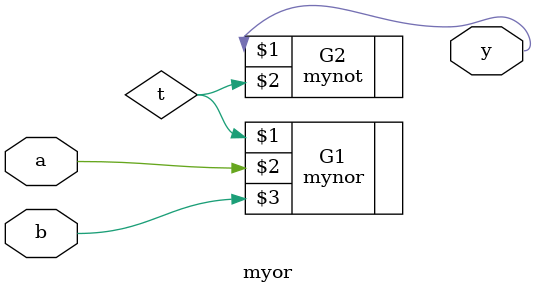
<source format=v>
module myor(y,a,b);

input a,b;
output y;
wire t,y;

mynor G1 (t,a,b);
mynot G2 (y,t);

endmodule
</source>
